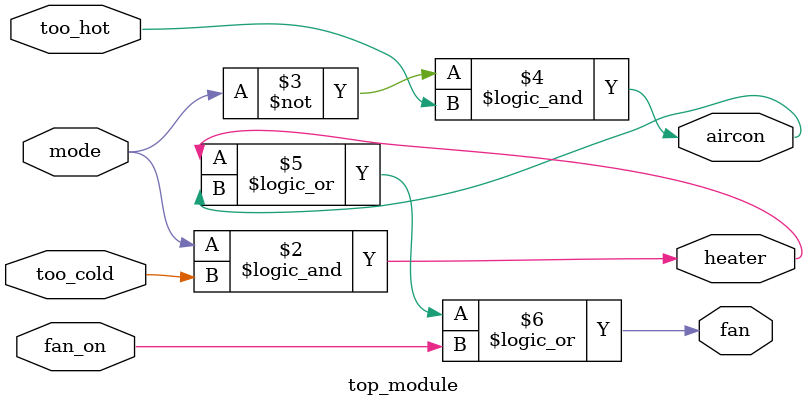
<source format=sv>
module top_module(
    input mode,
    input too_cold, 
    input too_hot,
    input fan_on,
    output heater,
    output aircon,
    output fan
);

    assign heater = (mode == 1 && too_cold);
    assign aircon = (mode == 0 && too_hot);
    assign fan = (heater || aircon || fan_on);

endmodule

</source>
